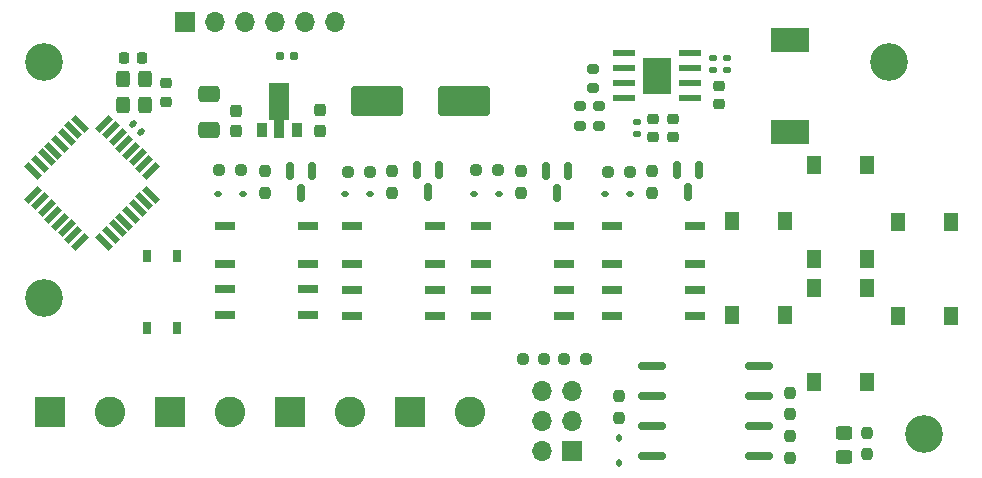
<source format=gbr>
%TF.GenerationSoftware,KiCad,Pcbnew,7.0.7*%
%TF.CreationDate,2024-02-19T21:49:12+01:00*%
%TF.ProjectId,OS-ServoDriver,4f532d53-6572-4766-9f44-72697665722e,rev?*%
%TF.SameCoordinates,Original*%
%TF.FileFunction,Soldermask,Top*%
%TF.FilePolarity,Negative*%
%FSLAX46Y46*%
G04 Gerber Fmt 4.6, Leading zero omitted, Abs format (unit mm)*
G04 Created by KiCad (PCBNEW 7.0.7) date 2024-02-19 21:49:12*
%MOMM*%
%LPD*%
G01*
G04 APERTURE LIST*
G04 Aperture macros list*
%AMRoundRect*
0 Rectangle with rounded corners*
0 $1 Rounding radius*
0 $2 $3 $4 $5 $6 $7 $8 $9 X,Y pos of 4 corners*
0 Add a 4 corners polygon primitive as box body*
4,1,4,$2,$3,$4,$5,$6,$7,$8,$9,$2,$3,0*
0 Add four circle primitives for the rounded corners*
1,1,$1+$1,$2,$3*
1,1,$1+$1,$4,$5*
1,1,$1+$1,$6,$7*
1,1,$1+$1,$8,$9*
0 Add four rect primitives between the rounded corners*
20,1,$1+$1,$2,$3,$4,$5,0*
20,1,$1+$1,$4,$5,$6,$7,0*
20,1,$1+$1,$6,$7,$8,$9,0*
20,1,$1+$1,$8,$9,$2,$3,0*%
%AMRotRect*
0 Rectangle, with rotation*
0 The origin of the aperture is its center*
0 $1 length*
0 $2 width*
0 $3 Rotation angle, in degrees counterclockwise*
0 Add horizontal line*
21,1,$1,$2,0,0,$3*%
%AMFreePoly0*
4,1,9,3.862500,-0.866500,0.737500,-0.866500,0.737500,-0.450000,-0.737500,-0.450000,-0.737500,0.450000,0.737500,0.450000,0.737500,0.866500,3.862500,0.866500,3.862500,-0.866500,3.862500,-0.866500,$1*%
G04 Aperture macros list end*
%ADD10R,2.600000X2.600000*%
%ADD11C,2.600000*%
%ADD12C,3.200000*%
%ADD13R,1.910000X0.610000*%
%ADD14R,1.205000X1.550000*%
%ADD15R,1.800000X0.800000*%
%ADD16RoundRect,0.237500X-0.237500X0.250000X-0.237500X-0.250000X0.237500X-0.250000X0.237500X0.250000X0*%
%ADD17RoundRect,0.225000X0.225000X0.250000X-0.225000X0.250000X-0.225000X-0.250000X0.225000X-0.250000X0*%
%ADD18R,0.800000X1.000000*%
%ADD19RoundRect,0.112500X-0.187500X-0.112500X0.187500X-0.112500X0.187500X0.112500X-0.187500X0.112500X0*%
%ADD20RoundRect,0.300000X0.300000X-0.400000X0.300000X0.400000X-0.300000X0.400000X-0.300000X-0.400000X0*%
%ADD21R,0.900000X1.300000*%
%ADD22FreePoly0,90.000000*%
%ADD23RoundRect,0.150000X-0.150000X0.587500X-0.150000X-0.587500X0.150000X-0.587500X0.150000X0.587500X0*%
%ADD24RoundRect,0.237500X-0.250000X-0.237500X0.250000X-0.237500X0.250000X0.237500X-0.250000X0.237500X0*%
%ADD25R,3.200000X2.000000*%
%ADD26R,1.700000X1.700000*%
%ADD27O,1.700000X1.700000*%
%ADD28R,1.300000X1.550000*%
%ADD29RoundRect,0.112500X-0.112500X0.187500X-0.112500X-0.187500X0.112500X-0.187500X0.112500X0.187500X0*%
%ADD30RoundRect,0.162500X-1.012500X-0.162500X1.012500X-0.162500X1.012500X0.162500X-1.012500X0.162500X0*%
%ADD31RoundRect,0.140000X0.170000X-0.140000X0.170000X0.140000X-0.170000X0.140000X-0.170000X-0.140000X0*%
%ADD32RoundRect,0.250000X-1.950000X-1.000000X1.950000X-1.000000X1.950000X1.000000X-1.950000X1.000000X0*%
%ADD33RoundRect,0.200000X0.275000X-0.200000X0.275000X0.200000X-0.275000X0.200000X-0.275000X-0.200000X0*%
%ADD34RoundRect,0.237500X0.250000X0.237500X-0.250000X0.237500X-0.250000X-0.237500X0.250000X-0.237500X0*%
%ADD35RoundRect,0.237500X0.237500X-0.250000X0.237500X0.250000X-0.237500X0.250000X-0.237500X-0.250000X0*%
%ADD36RoundRect,0.140000X-0.219203X-0.021213X-0.021213X-0.219203X0.219203X0.021213X0.021213X0.219203X0*%
%ADD37RoundRect,0.225000X0.250000X-0.225000X0.250000X0.225000X-0.250000X0.225000X-0.250000X-0.225000X0*%
%ADD38RoundRect,0.160000X0.197500X0.160000X-0.197500X0.160000X-0.197500X-0.160000X0.197500X-0.160000X0*%
%ADD39RoundRect,0.225000X-0.250000X0.225000X-0.250000X-0.225000X0.250000X-0.225000X0.250000X0.225000X0*%
%ADD40RoundRect,0.200000X-0.275000X0.200000X-0.275000X-0.200000X0.275000X-0.200000X0.275000X0.200000X0*%
%ADD41RoundRect,0.250000X0.450000X-0.325000X0.450000X0.325000X-0.450000X0.325000X-0.450000X-0.325000X0*%
%ADD42RoundRect,0.237500X0.237500X-0.300000X0.237500X0.300000X-0.237500X0.300000X-0.237500X-0.300000X0*%
%ADD43RoundRect,0.250000X0.650000X-0.412500X0.650000X0.412500X-0.650000X0.412500X-0.650000X-0.412500X0*%
%ADD44RotRect,1.600000X0.550000X225.000000*%
%ADD45RotRect,1.600000X0.550000X315.000000*%
G04 APERTURE END LIST*
D10*
%TO.C,J103*%
X97658000Y-143688000D03*
D11*
X102738000Y-143688000D03*
%TD*%
D10*
%TO.C,J101*%
X87498000Y-143688000D03*
D11*
X92578000Y-143688000D03*
%TD*%
D10*
%TO.C,J102*%
X107818000Y-143688000D03*
D11*
X112898000Y-143688000D03*
%TD*%
D12*
%TO.C,REF\u002A\u002A*%
X161500000Y-145500000D03*
%TD*%
%TO.C,REF\u002A\u002A*%
X87000000Y-134000000D03*
%TD*%
%TO.C,REF\u002A\u002A*%
X158500000Y-114000000D03*
%TD*%
%TO.C,REF\u002A\u002A*%
X87000000Y-114000000D03*
%TD*%
D13*
%TO.C,U901*%
X141667000Y-117094000D03*
X141667000Y-115824000D03*
X141667000Y-114554000D03*
X141667000Y-113284000D03*
X136107000Y-113284000D03*
X136107000Y-114554000D03*
X136107000Y-115824000D03*
X136107000Y-117094000D03*
D14*
X139489500Y-115964000D03*
X139489500Y-114414000D03*
X138284500Y-115964000D03*
X138284500Y-114414000D03*
%TD*%
D15*
%TO.C,K1101*%
X142057000Y-127902000D03*
X142057000Y-131102000D03*
X142057000Y-133302000D03*
X142057000Y-135502000D03*
X135057000Y-135502000D03*
X135057000Y-133302000D03*
X135057000Y-131102000D03*
X135057000Y-127902000D03*
%TD*%
D16*
%TO.C,R1002*%
X105664000Y-123290500D03*
X105664000Y-125115500D03*
%TD*%
D17*
%TO.C,C203*%
X95306324Y-113698732D03*
X93756324Y-113698732D03*
%TD*%
D18*
%TO.C,D101*%
X98270000Y-130425000D03*
X95730000Y-130425000D03*
X95730000Y-136575000D03*
X98270000Y-136575000D03*
%TD*%
D19*
%TO.C,D1001*%
X112488000Y-125222000D03*
X114588000Y-125222000D03*
%TD*%
D20*
%TO.C,Y201*%
X95542324Y-117676732D03*
X95542324Y-115476732D03*
X93642324Y-115476732D03*
X93642324Y-117676732D03*
%TD*%
D16*
%TO.C,R701*%
X135636000Y-142343500D03*
X135636000Y-144168500D03*
%TD*%
D21*
%TO.C,U301*%
X105410000Y-119787500D03*
D22*
X106910000Y-119700000D03*
D21*
X108410000Y-119787500D03*
%TD*%
D23*
%TO.C,Q1101*%
X142428000Y-123144500D03*
X140528000Y-123144500D03*
X141478000Y-125019500D03*
%TD*%
D24*
%TO.C,R705*%
X131040500Y-139192000D03*
X132865500Y-139192000D03*
%TD*%
D19*
%TO.C,D1101*%
X134459000Y-125225000D03*
X136559000Y-125225000D03*
%TD*%
D25*
%TO.C,L901*%
X150095500Y-112178000D03*
X150095500Y-119978000D03*
%TD*%
D24*
%TO.C,R1003*%
X112752500Y-123317000D03*
X114577500Y-123317000D03*
%TD*%
D26*
%TO.C,J701*%
X131699000Y-146939000D03*
D27*
X129159000Y-146939000D03*
X131699000Y-144399000D03*
X129159000Y-144399000D03*
X131699000Y-141859000D03*
X129159000Y-141859000D03*
%TD*%
D28*
%TO.C,SW104*%
X156682000Y-122771000D03*
X156682000Y-130721000D03*
X152182000Y-122771000D03*
X152182000Y-130721000D03*
%TD*%
D29*
%TO.C,D701*%
X135636000Y-145889000D03*
X135636000Y-147989000D03*
%TD*%
D23*
%TO.C,Q1002*%
X109662000Y-123265500D03*
X107762000Y-123265500D03*
X108712000Y-125140500D03*
%TD*%
D30*
%TO.C,U701*%
X147484000Y-139787500D03*
X147484000Y-142327500D03*
X147484000Y-144867500D03*
X147484000Y-147407500D03*
X138434000Y-147407500D03*
X138434000Y-144867500D03*
X138434000Y-142327500D03*
X138434000Y-139787500D03*
%TD*%
D16*
%TO.C,R702*%
X150135000Y-142020000D03*
X150135000Y-143845000D03*
%TD*%
D15*
%TO.C,K1002*%
X109291000Y-127893000D03*
X109291000Y-131093000D03*
X109291000Y-133293000D03*
X109291000Y-135493000D03*
X102291000Y-135493000D03*
X102291000Y-133293000D03*
X102291000Y-131093000D03*
X102291000Y-127893000D03*
%TD*%
D24*
%TO.C,R1103*%
X134723500Y-123320000D03*
X136548500Y-123320000D03*
%TD*%
D28*
%TO.C,SW101*%
X149697000Y-127525000D03*
X149697000Y-135475000D03*
X145197000Y-127525000D03*
X145197000Y-135475000D03*
%TD*%
D31*
%TO.C,C903*%
X144761500Y-114681000D03*
X144761500Y-113721000D03*
%TD*%
%TO.C,C906*%
X137141500Y-120112000D03*
X137141500Y-119152000D03*
%TD*%
D32*
%TO.C,C101*%
X115172000Y-117348000D03*
X122572000Y-117348000D03*
%TD*%
D28*
%TO.C,SW102*%
X163794000Y-127597000D03*
X163794000Y-135547000D03*
X159294000Y-127597000D03*
X159294000Y-135547000D03*
%TD*%
D33*
%TO.C,R902*%
X133458500Y-116268000D03*
X133458500Y-114618000D03*
%TD*%
D19*
%TO.C,D1002*%
X101693000Y-125219000D03*
X103793000Y-125219000D03*
%TD*%
D16*
%TO.C,R1001*%
X116459000Y-123270000D03*
X116459000Y-125095000D03*
%TD*%
D34*
%TO.C,R704*%
X129333000Y-139192000D03*
X127508000Y-139192000D03*
%TD*%
D31*
%TO.C,C902*%
X143618500Y-114681000D03*
X143618500Y-113721000D03*
%TD*%
D35*
%TO.C,R201*%
X156677000Y-147233000D03*
X156677000Y-145408000D03*
%TD*%
D36*
%TO.C,C202*%
X94531324Y-119286732D03*
X95210146Y-119965554D03*
%TD*%
D24*
%TO.C,R1004*%
X101830500Y-123187000D03*
X103655500Y-123187000D03*
%TD*%
D28*
%TO.C,SW103*%
X156682000Y-133185000D03*
X156682000Y-141135000D03*
X152182000Y-133185000D03*
X152182000Y-141135000D03*
%TD*%
D37*
%TO.C,C904*%
X138523500Y-120409000D03*
X138523500Y-118859000D03*
%TD*%
D15*
%TO.C,K1001*%
X120086000Y-127899000D03*
X120086000Y-131099000D03*
X120086000Y-133299000D03*
X120086000Y-135499000D03*
X113086000Y-135499000D03*
X113086000Y-133299000D03*
X113086000Y-131099000D03*
X113086000Y-127899000D03*
%TD*%
D38*
%TO.C,R202*%
X108166500Y-113538000D03*
X106971500Y-113538000D03*
%TD*%
D16*
%TO.C,R1101*%
X138430000Y-123273000D03*
X138430000Y-125098000D03*
%TD*%
D39*
%TO.C,C201*%
X97293325Y-115844732D03*
X97293325Y-117394732D03*
%TD*%
D27*
%TO.C,J3*%
X111580000Y-110617000D03*
X109040000Y-110617000D03*
X106500000Y-110617000D03*
X103960000Y-110617000D03*
X101420000Y-110617000D03*
D26*
X98880000Y-110617000D03*
%TD*%
D40*
%TO.C,R903*%
X133966500Y-117793000D03*
X133966500Y-119443000D03*
%TD*%
D41*
%TO.C,D201*%
X154686000Y-147456000D03*
X154686000Y-145406000D03*
%TD*%
D42*
%TO.C,C301*%
X110363000Y-119861500D03*
X110363000Y-118136500D03*
%TD*%
D23*
%TO.C,Q1102*%
X131379000Y-123271500D03*
X129479000Y-123271500D03*
X130429000Y-125146500D03*
%TD*%
D33*
%TO.C,R901*%
X132315500Y-119443000D03*
X132315500Y-117793000D03*
%TD*%
D39*
%TO.C,C901*%
X144126500Y-116065000D03*
X144126500Y-117615000D03*
%TD*%
D11*
%TO.C,J702*%
X123058000Y-143688000D03*
D10*
X117978000Y-143688000D03*
%TD*%
D19*
%TO.C,D1102*%
X123410000Y-125225000D03*
X125510000Y-125225000D03*
%TD*%
D43*
%TO.C,C303*%
X100965000Y-119826000D03*
X100965000Y-116701000D03*
%TD*%
D35*
%TO.C,R703*%
X150135000Y-147528000D03*
X150135000Y-145703000D03*
%TD*%
D24*
%TO.C,R1104*%
X123547500Y-123193000D03*
X125372500Y-123193000D03*
%TD*%
D37*
%TO.C,C905*%
X140189500Y-120409000D03*
X140189500Y-118859000D03*
%TD*%
D42*
%TO.C,C302*%
X103251000Y-119888000D03*
X103251000Y-118163000D03*
%TD*%
D44*
%TO.C,U202*%
X96046427Y-123224426D03*
X95480741Y-122658741D03*
X94915056Y-122093055D03*
X94349371Y-121527370D03*
X93783685Y-120961684D03*
X93218000Y-120395999D03*
X92652314Y-119830314D03*
X92086629Y-119264628D03*
D45*
X90036019Y-119264628D03*
X89470334Y-119830314D03*
X88904648Y-120395999D03*
X88338963Y-120961684D03*
X87773277Y-121527370D03*
X87207592Y-122093055D03*
X86641907Y-122658741D03*
X86076221Y-123224426D03*
D44*
X86076221Y-125275036D03*
X86641907Y-125840721D03*
X87207592Y-126406407D03*
X87773277Y-126972092D03*
X88338963Y-127537778D03*
X88904648Y-128103463D03*
X89470334Y-128669148D03*
X90036019Y-129234834D03*
D45*
X92086629Y-129234834D03*
X92652314Y-128669148D03*
X93218000Y-128103463D03*
X93783685Y-127537778D03*
X94349371Y-126972092D03*
X94915056Y-126406407D03*
X95480741Y-125840721D03*
X96046427Y-125275036D03*
%TD*%
D15*
%TO.C,K1102*%
X131008000Y-127899000D03*
X131008000Y-131099000D03*
X131008000Y-133299000D03*
X131008000Y-135499000D03*
X124008000Y-135499000D03*
X124008000Y-133299000D03*
X124008000Y-131099000D03*
X124008000Y-127899000D03*
%TD*%
D16*
%TO.C,R1102*%
X127381000Y-123296500D03*
X127381000Y-125121500D03*
%TD*%
D23*
%TO.C,Q1001*%
X120457000Y-123141500D03*
X118557000Y-123141500D03*
X119507000Y-125016500D03*
%TD*%
M02*

</source>
